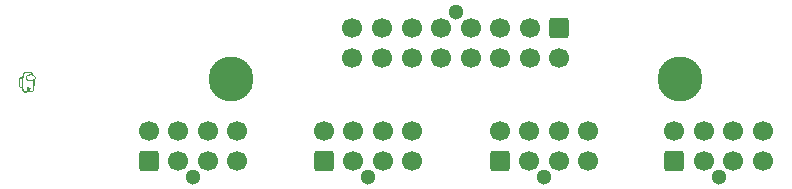
<source format=gbr>
%TF.GenerationSoftware,KiCad,Pcbnew,8.0.1-rc1*%
%TF.CreationDate,2024-05-02T00:25:51-04:00*%
%TF.ProjectId,Mustachio_v2,4d757374-6163-4686-996f-5f76322e6b69,rev?*%
%TF.SameCoordinates,Original*%
%TF.FileFunction,Soldermask,Top*%
%TF.FilePolarity,Negative*%
%FSLAX46Y46*%
G04 Gerber Fmt 4.6, Leading zero omitted, Abs format (unit mm)*
G04 Created by KiCad (PCBNEW 8.0.1-rc1) date 2024-05-02 00:25:51*
%MOMM*%
%LPD*%
G01*
G04 APERTURE LIST*
G04 Aperture macros list*
%AMRoundRect*
0 Rectangle with rounded corners*
0 $1 Rounding radius*
0 $2 $3 $4 $5 $6 $7 $8 $9 X,Y pos of 4 corners*
0 Add a 4 corners polygon primitive as box body*
4,1,4,$2,$3,$4,$5,$6,$7,$8,$9,$2,$3,0*
0 Add four circle primitives for the rounded corners*
1,1,$1+$1,$2,$3*
1,1,$1+$1,$4,$5*
1,1,$1+$1,$6,$7*
1,1,$1+$1,$8,$9*
0 Add four rect primitives between the rounded corners*
20,1,$1+$1,$2,$3,$4,$5,0*
20,1,$1+$1,$4,$5,$6,$7,0*
20,1,$1+$1,$6,$7,$8,$9,0*
20,1,$1+$1,$8,$9,$2,$3,0*%
G04 Aperture macros list end*
%ADD10C,0.000000*%
%ADD11C,3.800000*%
%ADD12C,1.300000*%
%ADD13RoundRect,0.250000X0.600000X-0.600000X0.600000X0.600000X-0.600000X0.600000X-0.600000X-0.600000X0*%
%ADD14C,1.700000*%
%ADD15RoundRect,0.250000X-0.600000X0.600000X-0.600000X-0.600000X0.600000X-0.600000X0.600000X0.600000X0*%
G04 APERTURE END LIST*
D10*
G36*
X79017237Y-49231939D02*
G01*
X79053177Y-49233453D01*
X79089104Y-49236015D01*
X79105764Y-49237711D01*
X79122294Y-49240019D01*
X79138677Y-49242940D01*
X79154894Y-49246470D01*
X79170929Y-49250610D01*
X79186763Y-49255358D01*
X79202379Y-49260713D01*
X79217758Y-49266674D01*
X79232883Y-49273239D01*
X79247735Y-49280408D01*
X79262298Y-49288179D01*
X79276553Y-49296551D01*
X79290483Y-49305523D01*
X79304069Y-49315094D01*
X79317294Y-49325262D01*
X79330140Y-49336027D01*
X79339962Y-49345012D01*
X79349325Y-49354373D01*
X79358283Y-49364067D01*
X79366892Y-49374049D01*
X79375206Y-49384274D01*
X79383281Y-49394698D01*
X79398931Y-49415965D01*
X79429780Y-49458922D01*
X79437719Y-49469490D01*
X79445859Y-49479900D01*
X79454254Y-49490108D01*
X79462960Y-49500069D01*
X79472505Y-49510194D01*
X79482250Y-49519798D01*
X79492143Y-49528982D01*
X79502131Y-49537847D01*
X79541972Y-49572102D01*
X79551638Y-49580865D01*
X79561081Y-49589909D01*
X79570247Y-49599332D01*
X79579084Y-49609235D01*
X79587537Y-49619717D01*
X79591603Y-49625207D01*
X79595554Y-49630880D01*
X79599383Y-49636747D01*
X79603083Y-49642822D01*
X79606647Y-49649117D01*
X79610069Y-49655644D01*
X79614852Y-49665647D01*
X79619183Y-49675659D01*
X79623062Y-49685672D01*
X79626492Y-49695679D01*
X79629472Y-49705675D01*
X79632005Y-49715652D01*
X79634091Y-49725602D01*
X79635733Y-49735519D01*
X79636932Y-49745397D01*
X79637688Y-49755228D01*
X79638004Y-49765004D01*
X79637881Y-49774721D01*
X79637320Y-49784369D01*
X79636322Y-49793943D01*
X79634888Y-49803436D01*
X79633021Y-49812840D01*
X79630722Y-49822148D01*
X79627991Y-49831355D01*
X79624830Y-49840452D01*
X79621241Y-49849433D01*
X79617225Y-49858291D01*
X79612783Y-49867020D01*
X79607917Y-49875611D01*
X79602627Y-49884058D01*
X79596916Y-49892355D01*
X79590785Y-49900494D01*
X79584234Y-49908468D01*
X79577266Y-49916271D01*
X79569882Y-49923895D01*
X79562083Y-49931334D01*
X79553870Y-49938580D01*
X79545246Y-49945628D01*
X79542777Y-49947657D01*
X79540524Y-49949685D01*
X79538483Y-49951721D01*
X79536647Y-49953776D01*
X79535008Y-49955860D01*
X79533563Y-49957985D01*
X79532303Y-49960160D01*
X79531223Y-49962396D01*
X79530316Y-49964703D01*
X79529577Y-49967091D01*
X79528999Y-49969572D01*
X79528577Y-49972156D01*
X79528303Y-49974853D01*
X79528172Y-49977674D01*
X79528177Y-49980628D01*
X79528312Y-49983728D01*
X79530473Y-50022026D01*
X79532202Y-50060325D01*
X79534431Y-50136921D01*
X79535121Y-50213518D01*
X79534398Y-50290115D01*
X79533455Y-50320837D01*
X79531868Y-50351494D01*
X79529710Y-50382096D01*
X79527055Y-50412650D01*
X79523980Y-50443168D01*
X79520557Y-50473657D01*
X79512966Y-50534590D01*
X79505901Y-50588205D01*
X79498514Y-50641846D01*
X79490680Y-50695436D01*
X79482275Y-50748903D01*
X79472915Y-50804730D01*
X79468025Y-50832618D01*
X79462960Y-50860557D01*
X79460238Y-50872397D01*
X79456616Y-50883426D01*
X79452141Y-50893668D01*
X79446860Y-50903144D01*
X79440817Y-50911879D01*
X79434060Y-50919895D01*
X79426636Y-50927215D01*
X79418589Y-50933863D01*
X79409967Y-50939861D01*
X79400815Y-50945232D01*
X79391181Y-50950001D01*
X79381110Y-50954188D01*
X79370648Y-50957819D01*
X79359842Y-50960915D01*
X79337382Y-50965596D01*
X79314101Y-50968418D01*
X79290369Y-50969563D01*
X79266555Y-50969217D01*
X79243030Y-50967564D01*
X79220163Y-50964789D01*
X79198326Y-50961076D01*
X79177888Y-50956609D01*
X79159219Y-50951573D01*
X79153243Y-50949665D01*
X79147470Y-50947564D01*
X79141896Y-50945274D01*
X79136519Y-50942800D01*
X79131336Y-50940145D01*
X79126345Y-50937315D01*
X79121543Y-50934313D01*
X79116927Y-50931143D01*
X79112494Y-50927809D01*
X79108243Y-50924316D01*
X79100273Y-50916869D01*
X79092997Y-50908833D01*
X79086392Y-50900244D01*
X79080439Y-50891134D01*
X79075115Y-50881536D01*
X79070401Y-50871484D01*
X79066276Y-50861012D01*
X79062717Y-50850151D01*
X79059705Y-50838936D01*
X79057219Y-50827401D01*
X79055237Y-50815578D01*
X79053796Y-50803770D01*
X79052786Y-50791959D01*
X79052117Y-50780143D01*
X79051699Y-50768316D01*
X79050740Y-50720857D01*
X79050271Y-50712285D01*
X79049444Y-50704856D01*
X79048889Y-50701538D01*
X79048237Y-50698467D01*
X79047483Y-50695630D01*
X79046626Y-50693013D01*
X79045662Y-50690605D01*
X79044589Y-50688393D01*
X79043404Y-50686362D01*
X79042103Y-50684501D01*
X79040684Y-50682796D01*
X79039145Y-50681235D01*
X79037481Y-50679804D01*
X79035691Y-50678490D01*
X79033772Y-50677282D01*
X79031720Y-50676165D01*
X79027209Y-50674154D01*
X79022133Y-50672355D01*
X79016472Y-50670664D01*
X78987504Y-50662913D01*
X78982972Y-50661629D01*
X78981141Y-50661162D01*
X78979571Y-50660829D01*
X78978876Y-50660718D01*
X78978238Y-50660646D01*
X78977653Y-50660614D01*
X78977119Y-50660625D01*
X78976632Y-50660680D01*
X78976191Y-50660781D01*
X78975792Y-50660929D01*
X78975432Y-50661127D01*
X78975109Y-50661376D01*
X78974819Y-50661678D01*
X78974560Y-50662035D01*
X78974329Y-50662448D01*
X78974123Y-50662919D01*
X78973939Y-50663450D01*
X78973774Y-50664043D01*
X78973626Y-50664699D01*
X78973367Y-50666208D01*
X78973140Y-50667992D01*
X78972687Y-50672438D01*
X78969512Y-50836744D01*
X78968619Y-50846028D01*
X78967511Y-50855214D01*
X78966167Y-50864286D01*
X78964564Y-50873228D01*
X78962680Y-50882022D01*
X78960494Y-50890652D01*
X78957983Y-50899102D01*
X78955126Y-50907355D01*
X78951899Y-50915393D01*
X78948281Y-50923201D01*
X78944250Y-50930762D01*
X78939784Y-50938059D01*
X78934860Y-50945075D01*
X78929458Y-50951794D01*
X78923553Y-50958199D01*
X78917125Y-50964273D01*
X78906322Y-50973284D01*
X78895118Y-50981615D01*
X78883545Y-50989265D01*
X78871638Y-50996234D01*
X78859429Y-51002523D01*
X78846951Y-51008131D01*
X78834238Y-51013059D01*
X78821321Y-51017306D01*
X78808235Y-51020872D01*
X78795012Y-51023758D01*
X78781685Y-51025963D01*
X78768288Y-51027488D01*
X78754853Y-51028332D01*
X78741413Y-51028496D01*
X78728002Y-51027979D01*
X78714653Y-51026781D01*
X78701398Y-51024903D01*
X78688270Y-51022344D01*
X78675304Y-51019105D01*
X78662531Y-51015185D01*
X78649985Y-51010584D01*
X78637698Y-51005303D01*
X78625704Y-50999342D01*
X78614037Y-50992699D01*
X78602728Y-50985377D01*
X78591811Y-50977373D01*
X78581319Y-50968689D01*
X78571285Y-50959325D01*
X78561742Y-50949280D01*
X78552723Y-50938554D01*
X78544261Y-50927148D01*
X78536390Y-50915061D01*
X78533525Y-50910063D01*
X78530877Y-50904996D01*
X78528430Y-50899864D01*
X78526170Y-50894671D01*
X78524084Y-50889423D01*
X78522158Y-50884123D01*
X78520377Y-50878777D01*
X78518729Y-50873389D01*
X78515771Y-50862506D01*
X78513172Y-50851511D01*
X78510822Y-50840442D01*
X78508608Y-50829336D01*
X78504966Y-50810162D01*
X78501742Y-50790942D01*
X78498883Y-50771679D01*
X78496338Y-50752375D01*
X78494054Y-50733034D01*
X78491977Y-50713659D01*
X78488235Y-50674819D01*
X78488064Y-50673212D01*
X78487843Y-50671759D01*
X78487566Y-50670453D01*
X78487404Y-50669853D01*
X78487227Y-50669288D01*
X78487032Y-50668755D01*
X78486820Y-50668256D01*
X78486588Y-50667787D01*
X78486338Y-50667350D01*
X78486067Y-50666942D01*
X78485776Y-50666563D01*
X78485462Y-50666213D01*
X78485127Y-50665889D01*
X78484768Y-50665592D01*
X78484385Y-50665321D01*
X78483977Y-50665074D01*
X78483543Y-50664851D01*
X78483083Y-50664650D01*
X78482597Y-50664472D01*
X78482082Y-50664315D01*
X78481538Y-50664178D01*
X78480965Y-50664060D01*
X78480362Y-50663961D01*
X78479062Y-50663815D01*
X78477631Y-50663732D01*
X78476065Y-50663706D01*
X78461407Y-50663518D01*
X78446812Y-50662747D01*
X78439541Y-50662139D01*
X78432291Y-50661381D01*
X78425062Y-50660471D01*
X78417856Y-50659407D01*
X78410676Y-50658188D01*
X78403521Y-50656813D01*
X78396395Y-50655279D01*
X78389298Y-50653586D01*
X78382232Y-50651732D01*
X78375198Y-50649715D01*
X78368199Y-50647533D01*
X78361235Y-50645186D01*
X78347281Y-50639935D01*
X78333994Y-50634101D01*
X78321381Y-50627676D01*
X78309447Y-50620654D01*
X78298197Y-50613027D01*
X78287635Y-50604788D01*
X78277767Y-50595931D01*
X78268598Y-50586448D01*
X78260133Y-50576333D01*
X78252376Y-50565578D01*
X78245334Y-50554177D01*
X78239010Y-50542122D01*
X78233411Y-50529407D01*
X78228540Y-50516025D01*
X78224404Y-50501968D01*
X78221006Y-50487229D01*
X78215066Y-50454451D01*
X78210444Y-50421605D01*
X78206993Y-50388696D01*
X78204569Y-50355732D01*
X78203025Y-50322718D01*
X78202217Y-50289660D01*
X78202134Y-50277150D01*
X78304350Y-50277150D01*
X78304675Y-50300366D01*
X78305309Y-50323568D01*
X78306341Y-50346746D01*
X78307856Y-50369887D01*
X78309941Y-50392978D01*
X78312684Y-50416007D01*
X78316172Y-50438962D01*
X78320490Y-50461830D01*
X78322467Y-50471216D01*
X78323558Y-50475862D01*
X78324748Y-50480462D01*
X78326058Y-50485005D01*
X78327512Y-50489479D01*
X78329132Y-50493873D01*
X78330941Y-50498177D01*
X78332960Y-50502378D01*
X78335212Y-50506465D01*
X78337720Y-50510428D01*
X78340507Y-50514254D01*
X78342012Y-50516113D01*
X78343594Y-50517933D01*
X78345258Y-50519714D01*
X78347005Y-50521454D01*
X78348838Y-50523152D01*
X78350761Y-50524805D01*
X78352776Y-50526414D01*
X78354885Y-50527975D01*
X78361687Y-50532571D01*
X78368597Y-50536746D01*
X78375609Y-50540521D01*
X78382720Y-50543916D01*
X78389926Y-50546952D01*
X78397222Y-50549648D01*
X78404605Y-50552025D01*
X78412069Y-50554103D01*
X78419610Y-50555902D01*
X78427225Y-50557441D01*
X78434908Y-50558742D01*
X78442657Y-50559825D01*
X78450466Y-50560708D01*
X78458331Y-50561414D01*
X78474213Y-50562371D01*
X78474950Y-50562379D01*
X78475627Y-50562354D01*
X78476244Y-50562298D01*
X78476806Y-50562212D01*
X78477313Y-50562096D01*
X78477769Y-50561953D01*
X78478176Y-50561784D01*
X78478537Y-50561590D01*
X78478853Y-50561372D01*
X78479128Y-50561132D01*
X78479363Y-50560871D01*
X78479561Y-50560590D01*
X78479725Y-50560291D01*
X78479857Y-50559974D01*
X78479959Y-50559642D01*
X78480033Y-50559295D01*
X78480083Y-50558936D01*
X78480111Y-50558564D01*
X78480109Y-50557790D01*
X78480046Y-50556985D01*
X78479942Y-50556158D01*
X78479689Y-50554482D01*
X78479579Y-50553654D01*
X78479504Y-50552846D01*
X78475321Y-50459733D01*
X78472625Y-50366546D01*
X78471319Y-50273310D01*
X78471312Y-50235652D01*
X78572142Y-50235652D01*
X78573167Y-50342105D01*
X78576176Y-50448559D01*
X78578487Y-50501770D01*
X78581369Y-50554962D01*
X78585305Y-50617652D01*
X78587676Y-50648966D01*
X78590431Y-50680243D01*
X78593658Y-50711470D01*
X78597442Y-50742635D01*
X78601872Y-50773725D01*
X78607033Y-50804729D01*
X78609803Y-50821187D01*
X78611303Y-50829430D01*
X78612160Y-50833518D01*
X78613119Y-50837571D01*
X78614202Y-50841576D01*
X78615431Y-50845525D01*
X78616829Y-50849406D01*
X78618419Y-50853210D01*
X78620222Y-50856925D01*
X78622263Y-50860541D01*
X78624561Y-50864048D01*
X78627142Y-50867435D01*
X78632450Y-50873631D01*
X78638000Y-50879559D01*
X78643777Y-50885210D01*
X78649772Y-50890570D01*
X78655971Y-50895631D01*
X78662363Y-50900379D01*
X78668935Y-50904805D01*
X78675676Y-50908896D01*
X78682574Y-50912643D01*
X78689616Y-50916032D01*
X78696791Y-50919054D01*
X78704086Y-50921697D01*
X78711490Y-50923950D01*
X78718990Y-50925802D01*
X78726575Y-50927241D01*
X78734232Y-50928256D01*
X78741950Y-50928837D01*
X78749716Y-50928972D01*
X78757518Y-50928649D01*
X78765345Y-50927858D01*
X78773185Y-50926587D01*
X78781024Y-50924826D01*
X78788853Y-50922562D01*
X78796657Y-50919786D01*
X78804426Y-50916485D01*
X78812147Y-50912648D01*
X78819808Y-50908265D01*
X78827398Y-50903323D01*
X78834904Y-50897813D01*
X78842315Y-50891722D01*
X78849617Y-50885039D01*
X78856800Y-50877754D01*
X78857380Y-50877106D01*
X78857928Y-50876450D01*
X78858443Y-50875785D01*
X78858925Y-50875108D01*
X78859373Y-50874420D01*
X78859786Y-50873717D01*
X78860163Y-50872999D01*
X78860504Y-50872264D01*
X78860808Y-50871511D01*
X78861074Y-50870737D01*
X78861301Y-50869941D01*
X78861488Y-50869122D01*
X78861635Y-50868279D01*
X78861741Y-50867409D01*
X78861806Y-50866511D01*
X78861827Y-50865583D01*
X78862158Y-50828873D01*
X78863084Y-50792162D01*
X78864506Y-50755451D01*
X78866325Y-50718740D01*
X78868062Y-50690731D01*
X78869153Y-50676728D01*
X78870492Y-50662747D01*
X78872154Y-50648803D01*
X78874213Y-50634912D01*
X78876743Y-50621089D01*
X78879819Y-50607350D01*
X78881021Y-50602735D01*
X78882356Y-50598225D01*
X78883837Y-50593829D01*
X78885478Y-50589561D01*
X78887295Y-50585431D01*
X78889302Y-50581449D01*
X78891512Y-50577629D01*
X78893941Y-50573980D01*
X78895242Y-50572223D01*
X78896602Y-50570513D01*
X78898024Y-50568853D01*
X78899510Y-50567242D01*
X78901061Y-50565682D01*
X78902679Y-50564175D01*
X78904367Y-50562722D01*
X78906124Y-50561325D01*
X78907954Y-50559985D01*
X78909859Y-50558703D01*
X78911840Y-50557481D01*
X78913898Y-50556320D01*
X78916036Y-50555222D01*
X78918255Y-50554188D01*
X78920558Y-50553219D01*
X78922946Y-50552317D01*
X78926465Y-50551189D01*
X78929978Y-50550280D01*
X78933483Y-50549578D01*
X78936981Y-50549072D01*
X78940472Y-50548750D01*
X78943954Y-50548601D01*
X78947428Y-50548614D01*
X78950893Y-50548778D01*
X78954348Y-50549082D01*
X78957794Y-50549513D01*
X78961230Y-50550062D01*
X78964655Y-50550717D01*
X78968070Y-50551466D01*
X78971473Y-50552299D01*
X78978244Y-50554169D01*
X79003801Y-50561710D01*
X79029308Y-50569449D01*
X79054816Y-50577089D01*
X79067585Y-50580778D01*
X79080373Y-50584331D01*
X79106077Y-50591020D01*
X79131822Y-50596912D01*
X79144722Y-50599426D01*
X79157647Y-50601582D01*
X79170603Y-50603326D01*
X79183594Y-50604605D01*
X79196625Y-50605367D01*
X79209701Y-50605558D01*
X79222828Y-50605124D01*
X79236010Y-50604014D01*
X79249253Y-50602174D01*
X79262561Y-50599550D01*
X79275940Y-50596090D01*
X79289394Y-50591740D01*
X79288150Y-50596193D01*
X79286798Y-50600524D01*
X79285335Y-50604736D01*
X79283759Y-50608830D01*
X79282066Y-50612810D01*
X79280255Y-50616678D01*
X79278322Y-50620435D01*
X79276264Y-50624085D01*
X79274079Y-50627630D01*
X79271764Y-50631071D01*
X79269317Y-50634411D01*
X79266735Y-50637653D01*
X79264014Y-50640799D01*
X79261153Y-50643851D01*
X79258149Y-50646812D01*
X79254998Y-50649684D01*
X79250729Y-50653183D01*
X79246359Y-50656444D01*
X79241892Y-50659479D01*
X79237333Y-50662297D01*
X79232685Y-50664908D01*
X79227953Y-50667324D01*
X79223141Y-50669555D01*
X79218254Y-50671611D01*
X79213295Y-50673503D01*
X79208270Y-50675240D01*
X79203181Y-50676834D01*
X79198034Y-50678296D01*
X79192833Y-50679635D01*
X79187581Y-50680862D01*
X79176946Y-50683021D01*
X79170543Y-50684281D01*
X79167925Y-50684866D01*
X79165656Y-50685464D01*
X79164642Y-50685780D01*
X79163704Y-50686111D01*
X79162838Y-50686463D01*
X79162040Y-50686839D01*
X79161306Y-50687245D01*
X79160632Y-50687683D01*
X79160015Y-50688159D01*
X79159450Y-50688677D01*
X79158935Y-50689240D01*
X79158464Y-50689853D01*
X79158034Y-50690520D01*
X79157642Y-50691245D01*
X79157284Y-50692034D01*
X79156955Y-50692889D01*
X79156652Y-50693815D01*
X79156370Y-50694816D01*
X79155859Y-50697061D01*
X79155390Y-50699657D01*
X79154933Y-50702639D01*
X79154456Y-50706040D01*
X79152741Y-50721506D01*
X79151596Y-50736946D01*
X79151071Y-50752363D01*
X79151056Y-50760061D01*
X79151215Y-50767754D01*
X79151554Y-50775440D01*
X79152079Y-50783120D01*
X79152797Y-50790794D01*
X79153712Y-50798462D01*
X79154833Y-50806124D01*
X79156164Y-50813779D01*
X79157712Y-50821428D01*
X79159483Y-50829071D01*
X79160076Y-50831239D01*
X79160761Y-50833282D01*
X79161539Y-50835203D01*
X79162410Y-50837009D01*
X79163375Y-50838702D01*
X79164432Y-50840289D01*
X79165582Y-50841774D01*
X79166826Y-50843160D01*
X79168162Y-50844454D01*
X79169591Y-50845659D01*
X79171114Y-50846781D01*
X79172729Y-50847824D01*
X79174437Y-50848792D01*
X79176239Y-50849690D01*
X79178133Y-50850523D01*
X79180121Y-50851296D01*
X79187090Y-50853666D01*
X79194107Y-50855815D01*
X79201166Y-50857747D01*
X79208266Y-50859465D01*
X79215403Y-50860973D01*
X79222574Y-50862272D01*
X79229776Y-50863367D01*
X79237006Y-50864261D01*
X79250376Y-50865570D01*
X79263696Y-50866452D01*
X79270338Y-50866699D01*
X79276967Y-50866800D01*
X79283583Y-50866741D01*
X79290188Y-50866510D01*
X79296779Y-50866092D01*
X79303359Y-50865475D01*
X79309926Y-50864646D01*
X79316481Y-50863591D01*
X79323023Y-50862298D01*
X79329553Y-50860752D01*
X79336070Y-50858941D01*
X79342575Y-50856853D01*
X79345112Y-50855919D01*
X79347470Y-50854899D01*
X79349655Y-50853790D01*
X79351674Y-50852586D01*
X79353533Y-50851283D01*
X79355239Y-50849876D01*
X79356799Y-50848361D01*
X79358219Y-50846732D01*
X79359505Y-50844986D01*
X79360664Y-50843117D01*
X79361704Y-50841121D01*
X79362630Y-50838993D01*
X79363448Y-50836729D01*
X79364167Y-50834324D01*
X79364792Y-50831773D01*
X79365329Y-50829071D01*
X79374693Y-50774055D01*
X79383685Y-50718938D01*
X79392230Y-50663723D01*
X79400254Y-50608409D01*
X79416394Y-50489677D01*
X79420026Y-50459947D01*
X79423323Y-50430187D01*
X79426198Y-50400389D01*
X79428565Y-50370548D01*
X79431180Y-50326980D01*
X79432773Y-50283393D01*
X79433485Y-50239793D01*
X79433459Y-50196188D01*
X79431764Y-50108983D01*
X79428829Y-50021828D01*
X79428757Y-50020466D01*
X79428637Y-50019255D01*
X79428557Y-50018704D01*
X79428464Y-50018190D01*
X79428356Y-50017711D01*
X79428234Y-50017268D01*
X79428096Y-50016858D01*
X79427941Y-50016483D01*
X79427771Y-50016141D01*
X79427583Y-50015833D01*
X79427377Y-50015556D01*
X79427152Y-50015311D01*
X79426909Y-50015098D01*
X79426646Y-50014915D01*
X79426363Y-50014763D01*
X79426059Y-50014640D01*
X79425734Y-50014547D01*
X79425387Y-50014482D01*
X79425018Y-50014445D01*
X79424625Y-50014436D01*
X79424209Y-50014453D01*
X79423769Y-50014498D01*
X79423304Y-50014568D01*
X79422813Y-50014664D01*
X79421753Y-50014929D01*
X79420585Y-50015290D01*
X79419304Y-50015742D01*
X79401305Y-50022188D01*
X79383227Y-50028134D01*
X79365069Y-50033581D01*
X79346833Y-50038529D01*
X79328520Y-50042982D01*
X79310129Y-50046940D01*
X79291663Y-50050405D01*
X79273122Y-50053379D01*
X79254506Y-50055863D01*
X79235817Y-50057858D01*
X79217054Y-50059367D01*
X79198220Y-50060391D01*
X79179314Y-50060930D01*
X79160338Y-50060988D01*
X79141292Y-50060565D01*
X79122177Y-50059663D01*
X79102607Y-50058178D01*
X79083192Y-50056070D01*
X79063939Y-50053287D01*
X79044853Y-50049774D01*
X79035374Y-50047728D01*
X79025940Y-50045480D01*
X79016551Y-50043024D01*
X79007207Y-50040352D01*
X78997910Y-50037459D01*
X78988661Y-50034338D01*
X78979459Y-50030982D01*
X78970306Y-50027384D01*
X78958059Y-50022106D01*
X78946137Y-50016480D01*
X78934561Y-50010483D01*
X78923351Y-50004096D01*
X78912529Y-49997299D01*
X78902115Y-49990070D01*
X78892131Y-49982389D01*
X78882597Y-49974236D01*
X78873534Y-49965589D01*
X78864964Y-49956429D01*
X78856907Y-49946736D01*
X78849383Y-49936487D01*
X78842415Y-49925663D01*
X78836023Y-49914244D01*
X78830228Y-49902208D01*
X78825050Y-49889536D01*
X78821299Y-49878997D01*
X78817790Y-49868414D01*
X78814528Y-49857787D01*
X78811519Y-49847116D01*
X78808769Y-49836399D01*
X78806284Y-49825637D01*
X78804069Y-49814830D01*
X78802130Y-49803976D01*
X78800474Y-49793076D01*
X78799106Y-49782129D01*
X78798031Y-49771135D01*
X78797256Y-49760093D01*
X78796787Y-49749002D01*
X78796747Y-49746177D01*
X78897858Y-49746177D01*
X78898358Y-49758936D01*
X78899497Y-49771631D01*
X78901253Y-49784261D01*
X78903605Y-49796825D01*
X78906531Y-49809321D01*
X78910010Y-49821749D01*
X78914021Y-49834107D01*
X78918543Y-49846394D01*
X78923553Y-49858609D01*
X78929031Y-49870750D01*
X78931778Y-49876104D01*
X78934847Y-49881163D01*
X78938216Y-49885941D01*
X78941868Y-49890454D01*
X78945781Y-49894715D01*
X78949937Y-49898739D01*
X78954315Y-49902542D01*
X78958896Y-49906138D01*
X78963660Y-49909542D01*
X78968587Y-49912769D01*
X78973658Y-49915832D01*
X78978852Y-49918747D01*
X78984150Y-49921530D01*
X78989532Y-49924193D01*
X79000469Y-49929223D01*
X79010367Y-49933350D01*
X79020300Y-49937106D01*
X79030237Y-49940507D01*
X79040152Y-49943569D01*
X79050016Y-49946304D01*
X79059800Y-49948729D01*
X79069477Y-49950858D01*
X79079017Y-49952705D01*
X79088393Y-49954286D01*
X79097577Y-49955614D01*
X79106539Y-49956706D01*
X79115253Y-49957575D01*
X79131819Y-49958705D01*
X79147048Y-49959121D01*
X79163737Y-49959031D01*
X79179985Y-49958661D01*
X79195819Y-49958009D01*
X79211263Y-49957075D01*
X79226343Y-49955857D01*
X79241084Y-49954354D01*
X79255511Y-49952565D01*
X79269649Y-49950489D01*
X79283524Y-49948125D01*
X79297160Y-49945471D01*
X79310583Y-49942526D01*
X79323819Y-49939290D01*
X79336891Y-49935760D01*
X79349826Y-49931937D01*
X79362648Y-49927818D01*
X79375383Y-49923402D01*
X79392611Y-49916898D01*
X79401111Y-49913437D01*
X79409523Y-49909818D01*
X79417839Y-49906028D01*
X79426050Y-49902055D01*
X79434148Y-49897885D01*
X79442125Y-49893505D01*
X79449971Y-49888901D01*
X79457678Y-49884061D01*
X79465238Y-49878972D01*
X79472643Y-49873619D01*
X79479883Y-49867991D01*
X79486950Y-49862074D01*
X79493835Y-49855854D01*
X79500531Y-49849319D01*
X79506367Y-49843093D01*
X79511670Y-49836721D01*
X79516441Y-49830203D01*
X79520681Y-49823543D01*
X79524391Y-49816741D01*
X79527572Y-49809801D01*
X79530223Y-49802723D01*
X79532347Y-49795510D01*
X79533944Y-49788163D01*
X79535015Y-49780685D01*
X79535560Y-49773078D01*
X79535580Y-49765343D01*
X79535077Y-49757482D01*
X79534050Y-49749498D01*
X79532500Y-49741393D01*
X79530429Y-49733167D01*
X79527567Y-49723467D01*
X79524247Y-49714105D01*
X79520485Y-49705073D01*
X79516295Y-49696361D01*
X79511691Y-49687961D01*
X79506687Y-49679863D01*
X79501298Y-49672060D01*
X79495537Y-49664541D01*
X79489421Y-49657298D01*
X79482962Y-49650322D01*
X79476175Y-49643604D01*
X79469075Y-49637136D01*
X79461676Y-49630907D01*
X79453991Y-49624911D01*
X79446036Y-49619136D01*
X79437825Y-49613575D01*
X79424829Y-49605451D01*
X79411640Y-49598031D01*
X79398267Y-49591291D01*
X79384714Y-49585211D01*
X79370990Y-49579768D01*
X79357100Y-49574941D01*
X79343051Y-49570706D01*
X79328850Y-49567042D01*
X79314503Y-49563927D01*
X79300017Y-49561338D01*
X79285399Y-49559255D01*
X79270654Y-49557653D01*
X79255790Y-49556512D01*
X79240813Y-49555810D01*
X79225731Y-49555524D01*
X79210548Y-49555632D01*
X79194427Y-49556165D01*
X79178407Y-49557156D01*
X79162482Y-49558586D01*
X79146647Y-49560436D01*
X79130898Y-49562685D01*
X79115228Y-49565315D01*
X79099634Y-49568306D01*
X79084110Y-49571639D01*
X79053253Y-49579253D01*
X79022615Y-49588002D01*
X78992158Y-49597730D01*
X78961840Y-49608284D01*
X78957917Y-49609791D01*
X78954179Y-49611433D01*
X78950622Y-49613212D01*
X78947238Y-49615126D01*
X78944022Y-49617174D01*
X78940967Y-49619357D01*
X78938067Y-49621675D01*
X78935315Y-49624126D01*
X78932707Y-49626710D01*
X78930234Y-49629427D01*
X78927893Y-49632277D01*
X78925675Y-49635259D01*
X78923574Y-49638373D01*
X78921586Y-49641618D01*
X78919703Y-49644994D01*
X78917919Y-49648500D01*
X78915554Y-49653313D01*
X78914403Y-49655756D01*
X78913289Y-49658224D01*
X78912224Y-49660717D01*
X78911222Y-49663234D01*
X78910294Y-49665777D01*
X78909452Y-49668344D01*
X78905675Y-49681463D01*
X78902665Y-49694524D01*
X78900399Y-49707527D01*
X78898857Y-49720471D01*
X78898017Y-49733355D01*
X78897858Y-49746177D01*
X78796747Y-49746177D01*
X78796628Y-49737864D01*
X78796787Y-49726677D01*
X78797269Y-49715440D01*
X78798023Y-49705128D01*
X78799099Y-49694930D01*
X78800500Y-49684848D01*
X78802234Y-49674884D01*
X78804304Y-49665042D01*
X78806715Y-49655323D01*
X78809472Y-49645729D01*
X78812581Y-49636263D01*
X78816047Y-49626928D01*
X78819875Y-49617725D01*
X78824069Y-49608657D01*
X78828634Y-49599726D01*
X78833577Y-49590935D01*
X78838901Y-49582285D01*
X78844612Y-49573780D01*
X78850715Y-49565421D01*
X78853723Y-49561556D01*
X78856800Y-49557800D01*
X78859951Y-49554157D01*
X78863183Y-49550634D01*
X78866502Y-49547232D01*
X78869913Y-49543957D01*
X78873424Y-49540814D01*
X78877041Y-49537805D01*
X78880769Y-49534936D01*
X78884614Y-49532211D01*
X78888584Y-49529634D01*
X78892684Y-49527210D01*
X78896921Y-49524941D01*
X78901300Y-49522834D01*
X78905828Y-49520892D01*
X78910510Y-49519119D01*
X78962336Y-49500764D01*
X78975331Y-49496338D01*
X78988385Y-49492070D01*
X79001519Y-49488006D01*
X79014756Y-49484194D01*
X79044287Y-49476519D01*
X79073948Y-49469820D01*
X79103746Y-49464181D01*
X79133686Y-49459687D01*
X79163776Y-49456421D01*
X79178878Y-49455274D01*
X79194020Y-49454466D01*
X79209202Y-49454006D01*
X79224425Y-49453906D01*
X79239690Y-49454176D01*
X79254998Y-49454825D01*
X79261348Y-49455181D01*
X79267702Y-49455640D01*
X79280431Y-49456777D01*
X79306062Y-49459323D01*
X79306028Y-49458860D01*
X79305977Y-49458414D01*
X79305908Y-49457983D01*
X79305823Y-49457567D01*
X79305722Y-49457166D01*
X79305607Y-49456778D01*
X79305477Y-49456403D01*
X79305335Y-49456041D01*
X79305180Y-49455690D01*
X79305013Y-49455350D01*
X79304836Y-49455020D01*
X79304649Y-49454700D01*
X79304452Y-49454389D01*
X79304247Y-49454086D01*
X79303813Y-49453502D01*
X79303356Y-49452943D01*
X79302879Y-49452404D01*
X79301895Y-49451361D01*
X79300911Y-49450331D01*
X79300435Y-49449806D01*
X79299977Y-49449269D01*
X79288735Y-49436949D01*
X79277133Y-49425294D01*
X79265175Y-49414314D01*
X79252861Y-49404017D01*
X79240191Y-49394411D01*
X79227168Y-49385506D01*
X79213791Y-49377308D01*
X79200064Y-49369828D01*
X79185986Y-49363073D01*
X79171559Y-49357053D01*
X79156783Y-49351774D01*
X79141661Y-49347247D01*
X79126193Y-49343480D01*
X79110381Y-49340481D01*
X79094225Y-49338258D01*
X79077727Y-49336821D01*
X79046253Y-49335144D01*
X79014744Y-49334122D01*
X78983217Y-49333812D01*
X78951686Y-49334275D01*
X78920168Y-49335568D01*
X78888678Y-49337751D01*
X78857232Y-49340884D01*
X78825844Y-49345023D01*
X78811029Y-49347651D01*
X78796750Y-49350972D01*
X78783009Y-49354995D01*
X78769806Y-49359724D01*
X78757144Y-49365167D01*
X78745025Y-49371329D01*
X78733452Y-49378216D01*
X78722425Y-49385835D01*
X78711947Y-49394192D01*
X78702019Y-49403294D01*
X78692645Y-49413145D01*
X78683825Y-49423753D01*
X78675561Y-49435124D01*
X78667856Y-49447264D01*
X78660712Y-49460179D01*
X78654129Y-49473875D01*
X78648373Y-49487442D01*
X78643000Y-49501148D01*
X78638000Y-49514984D01*
X78633360Y-49528941D01*
X78629066Y-49543010D01*
X78625108Y-49557182D01*
X78621472Y-49571446D01*
X78618146Y-49585794D01*
X78612487Y-49613337D01*
X78607554Y-49640988D01*
X78603254Y-49668733D01*
X78599493Y-49696555D01*
X78596178Y-49724439D01*
X78593217Y-49752370D01*
X78587983Y-49808308D01*
X78584742Y-49848317D01*
X78581944Y-49888370D01*
X78577566Y-49968580D01*
X78574626Y-50048889D01*
X78572902Y-50129248D01*
X78572142Y-50235652D01*
X78471312Y-50235652D01*
X78471302Y-50180048D01*
X78471703Y-50131828D01*
X78472526Y-50083608D01*
X78473795Y-50035387D01*
X78475535Y-49987167D01*
X78477557Y-49942519D01*
X78480000Y-49897870D01*
X78482791Y-49853222D01*
X78485854Y-49808573D01*
X78485893Y-49807504D01*
X78485906Y-49806481D01*
X78485886Y-49805507D01*
X78485825Y-49804584D01*
X78485777Y-49804143D01*
X78485716Y-49803715D01*
X78485641Y-49803302D01*
X78485552Y-49802904D01*
X78485447Y-49802520D01*
X78485325Y-49802152D01*
X78485185Y-49801799D01*
X78485027Y-49801463D01*
X78484850Y-49801142D01*
X78484653Y-49800838D01*
X78484434Y-49800551D01*
X78484193Y-49800282D01*
X78483929Y-49800030D01*
X78483641Y-49799796D01*
X78483328Y-49799580D01*
X78482989Y-49799383D01*
X78482624Y-49799205D01*
X78482231Y-49799046D01*
X78481809Y-49798907D01*
X78481358Y-49798788D01*
X78480876Y-49798690D01*
X78480363Y-49798612D01*
X78479818Y-49798555D01*
X78479240Y-49798519D01*
X78467038Y-49797762D01*
X78454848Y-49797171D01*
X78442684Y-49796891D01*
X78436615Y-49796912D01*
X78430556Y-49797064D01*
X78424510Y-49797365D01*
X78418478Y-49797832D01*
X78412462Y-49798484D01*
X78406463Y-49799338D01*
X78400482Y-49800412D01*
X78394521Y-49801724D01*
X78388582Y-49803292D01*
X78382667Y-49805134D01*
X78378974Y-49806452D01*
X78375439Y-49807927D01*
X78372062Y-49809562D01*
X78368846Y-49811360D01*
X78365793Y-49813321D01*
X78362905Y-49815449D01*
X78360184Y-49817746D01*
X78357630Y-49820215D01*
X78355248Y-49822857D01*
X78353038Y-49825675D01*
X78351002Y-49828671D01*
X78349143Y-49831848D01*
X78347462Y-49835208D01*
X78345961Y-49838753D01*
X78344643Y-49842486D01*
X78343508Y-49846409D01*
X78338474Y-49867491D01*
X78334041Y-49888663D01*
X78330142Y-49909916D01*
X78326707Y-49931241D01*
X78323670Y-49952627D01*
X78320961Y-49974066D01*
X78316256Y-50017065D01*
X78311233Y-50074260D01*
X78309164Y-50102888D01*
X78307426Y-50131530D01*
X78306048Y-50160185D01*
X78305057Y-50188850D01*
X78304482Y-50217520D01*
X78304350Y-50246194D01*
X78304350Y-50277150D01*
X78202134Y-50277150D01*
X78201997Y-50256566D01*
X78202221Y-50223440D01*
X78202803Y-50193477D01*
X78203755Y-50163520D01*
X78205072Y-50133576D01*
X78206752Y-50103650D01*
X78208792Y-50073749D01*
X78211188Y-50043879D01*
X78213937Y-50014046D01*
X78217038Y-49984257D01*
X78221957Y-49944077D01*
X78224749Y-49924070D01*
X78227819Y-49904121D01*
X78231212Y-49884234D01*
X78234971Y-49864413D01*
X78239140Y-49844659D01*
X78243760Y-49824977D01*
X78247374Y-49812154D01*
X78251659Y-49800069D01*
X78256606Y-49788708D01*
X78262203Y-49778059D01*
X78268440Y-49768110D01*
X78275307Y-49758847D01*
X78282794Y-49750257D01*
X78290889Y-49742328D01*
X78299583Y-49735047D01*
X78308865Y-49728402D01*
X78318724Y-49722379D01*
X78329151Y-49716965D01*
X78340133Y-49712149D01*
X78351662Y-49707916D01*
X78363727Y-49704255D01*
X78376317Y-49701152D01*
X78382352Y-49700099D01*
X78388802Y-49699476D01*
X78395601Y-49699214D01*
X78402680Y-49699247D01*
X78417407Y-49699929D01*
X78432441Y-49700987D01*
X78447240Y-49701884D01*
X78454381Y-49702104D01*
X78461260Y-49702083D01*
X78467809Y-49701753D01*
X78473960Y-49701048D01*
X78479645Y-49699900D01*
X78482291Y-49699139D01*
X78484796Y-49698242D01*
X78487067Y-49697166D01*
X78489174Y-49695834D01*
X78491122Y-49694260D01*
X78492918Y-49692459D01*
X78494570Y-49690446D01*
X78496085Y-49688235D01*
X78497468Y-49685842D01*
X78498728Y-49683281D01*
X78500903Y-49677714D01*
X78502665Y-49671653D01*
X78504068Y-49665216D01*
X78505169Y-49658521D01*
X78509667Y-49609871D01*
X78512235Y-49596005D01*
X78514983Y-49582189D01*
X78517917Y-49568423D01*
X78521044Y-49554706D01*
X78524369Y-49541038D01*
X78527898Y-49527420D01*
X78531638Y-49513852D01*
X78535596Y-49500334D01*
X78542584Y-49478788D01*
X78546354Y-49468162D01*
X78550326Y-49457645D01*
X78554513Y-49447242D01*
X78558929Y-49436961D01*
X78563588Y-49426808D01*
X78568503Y-49416792D01*
X78573688Y-49406917D01*
X78579156Y-49397193D01*
X78584922Y-49387625D01*
X78590997Y-49378220D01*
X78597397Y-49368986D01*
X78604134Y-49359930D01*
X78611222Y-49351058D01*
X78618675Y-49342378D01*
X78628019Y-49332410D01*
X78637688Y-49323037D01*
X78647673Y-49314244D01*
X78657966Y-49306018D01*
X78668556Y-49298346D01*
X78679434Y-49291213D01*
X78690592Y-49284607D01*
X78702019Y-49278514D01*
X78713706Y-49272920D01*
X78725645Y-49267811D01*
X78737826Y-49263175D01*
X78750239Y-49258997D01*
X78762876Y-49255263D01*
X78775726Y-49251962D01*
X78788781Y-49249078D01*
X78802031Y-49246598D01*
X78837785Y-49241173D01*
X78873601Y-49236982D01*
X78909467Y-49233994D01*
X78945369Y-49232179D01*
X78981297Y-49231504D01*
X79017237Y-49231939D01*
G37*
D11*
%TO.C,H102*%
X96200000Y-49900000D03*
%TD*%
%TO.C,H101*%
X134200000Y-49900000D03*
%TD*%
D12*
%TO.C,PROXI*%
X122650000Y-58140000D03*
D13*
X118900000Y-56800000D03*
D14*
X121400000Y-56800000D03*
X123900000Y-56800000D03*
X126400000Y-56800000D03*
X118900000Y-54300000D03*
X121400000Y-54300000D03*
X123900000Y-54300000D03*
X126400000Y-54300000D03*
%TD*%
D12*
%TO.C,BNO_2*%
X107750000Y-58140000D03*
D13*
X104000000Y-56800000D03*
D14*
X106500000Y-56800000D03*
X109000000Y-56800000D03*
X111500000Y-56800000D03*
X104000000Y-54300000D03*
X106500000Y-54300000D03*
X109000000Y-54300000D03*
X111500000Y-54300000D03*
%TD*%
D12*
%TO.C,BNO_1*%
X92950000Y-58140000D03*
D13*
X89200000Y-56800000D03*
D14*
X91700000Y-56800000D03*
X94200000Y-56800000D03*
X96700000Y-56800000D03*
X89200000Y-54300000D03*
X91700000Y-54300000D03*
X94200000Y-54300000D03*
X96700000Y-54300000D03*
%TD*%
%TO.C,ENCODEUR*%
X141200000Y-54300000D03*
X138700000Y-54300000D03*
X136200000Y-54300000D03*
X133700000Y-54300000D03*
X141200000Y-56800000D03*
X138700000Y-56800000D03*
X136200000Y-56800000D03*
D13*
X133700000Y-56800000D03*
D12*
X137450000Y-58140000D03*
%TD*%
%TO.C,J101*%
X115200000Y-44200000D03*
D15*
X123950000Y-45540000D03*
D14*
X121450000Y-45540000D03*
X118950000Y-45540000D03*
X116450000Y-45540000D03*
X113950000Y-45540000D03*
X111450000Y-45540000D03*
X108950000Y-45540000D03*
X106450000Y-45540000D03*
X123950000Y-48040000D03*
X121450000Y-48040000D03*
X118950000Y-48040000D03*
X116450000Y-48040000D03*
X113950000Y-48040000D03*
X111450000Y-48040000D03*
X108950000Y-48040000D03*
X106450000Y-48040000D03*
%TD*%
M02*

</source>
